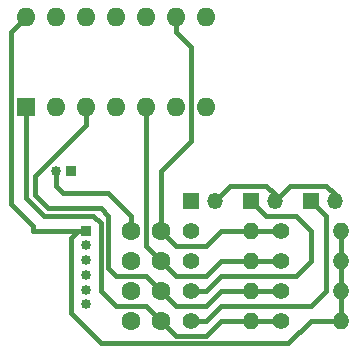
<source format=gtl>
G04 #@! TF.FileFunction,Copper,L1,Top,Signal*
%FSLAX46Y46*%
G04 Gerber Fmt 4.6, Leading zero omitted, Abs format (unit mm)*
G04 Created by KiCad (PCBNEW 4.0.6) date 06/27/19 09:12:53*
%MOMM*%
%LPD*%
G01*
G04 APERTURE LIST*
%ADD10C,0.100000*%
%ADD11R,1.600000X1.600000*%
%ADD12O,1.600000X1.600000*%
%ADD13C,1.400000*%
%ADD14O,1.400000X1.400000*%
%ADD15R,0.850000X0.850000*%
%ADD16C,0.850000*%
%ADD17C,1.600000*%
%ADD18R,1.350000X1.350000*%
%ADD19O,1.350000X1.350000*%
%ADD20C,0.406400*%
G04 APERTURE END LIST*
D10*
D11*
X229108000Y-103235000D03*
D12*
X244348000Y-95615000D03*
X231648000Y-103235000D03*
X241808000Y-95615000D03*
X234188000Y-103235000D03*
X239268000Y-95615000D03*
X236728000Y-103235000D03*
X236728000Y-95615000D03*
X239268000Y-103235000D03*
X234188000Y-95615000D03*
X241808000Y-103235000D03*
X231648000Y-95615000D03*
X244348000Y-103235000D03*
X229108000Y-95615000D03*
D13*
X250738000Y-113665000D03*
D14*
X255818000Y-113665000D03*
D15*
X234188000Y-113665000D03*
D16*
X234188000Y-114915000D03*
X234188000Y-116165000D03*
X234188000Y-117415000D03*
X234188000Y-118665000D03*
X234188000Y-119915000D03*
D13*
X250738000Y-116205000D03*
D14*
X255818000Y-116205000D03*
D13*
X250738000Y-121285000D03*
D14*
X255818000Y-121285000D03*
D13*
X250738000Y-118745000D03*
D14*
X255818000Y-118745000D03*
D13*
X243118000Y-116205000D03*
D14*
X248198000Y-116205000D03*
D13*
X243118000Y-118745000D03*
D14*
X248198000Y-118745000D03*
D13*
X243118000Y-121285000D03*
D14*
X248198000Y-121285000D03*
D17*
X240538000Y-121285000D03*
X238038000Y-121285000D03*
X240538000Y-118745000D03*
X238038000Y-118745000D03*
X240538000Y-116205000D03*
X238038000Y-116205000D03*
X240538000Y-113665000D03*
X238038000Y-113665000D03*
D13*
X243118000Y-113665000D03*
D14*
X248198000Y-113665000D03*
D18*
X248158000Y-111125000D03*
D19*
X250158000Y-111125000D03*
D18*
X253238000Y-111125000D03*
D19*
X255238000Y-111125000D03*
D18*
X243078000Y-111125000D03*
D19*
X245078000Y-111125000D03*
D15*
X232918000Y-108585000D03*
D16*
X231668000Y-108585000D03*
D20*
X238038000Y-113665000D02*
X238038000Y-112435000D01*
X231668000Y-109875000D02*
X231668000Y-108585000D01*
X232283000Y-110490000D02*
X231668000Y-109875000D01*
X236093000Y-110490000D02*
X232283000Y-110490000D01*
X238038000Y-112435000D02*
X236093000Y-110490000D01*
X250158000Y-111125000D02*
X250158000Y-110585000D01*
X250158000Y-110585000D02*
X249428000Y-109855000D01*
X246348000Y-109855000D02*
X245078000Y-111125000D01*
X249428000Y-109855000D02*
X246348000Y-109855000D01*
X255238000Y-111125000D02*
X255238000Y-110585000D01*
X255238000Y-110585000D02*
X254508000Y-109855000D01*
X254508000Y-109855000D02*
X251428000Y-109855000D01*
X251428000Y-109855000D02*
X250158000Y-111125000D01*
X227838000Y-111379000D02*
X227838000Y-96885000D01*
X229743000Y-113284000D02*
X227838000Y-111379000D01*
X229108000Y-95615000D02*
X227838000Y-96885000D01*
X229743000Y-113665000D02*
X234188000Y-113665000D01*
X229743000Y-113665000D02*
X229743000Y-113284000D01*
X234188000Y-113665000D02*
X233553000Y-113665000D01*
X253238000Y-121285000D02*
X255818000Y-121285000D01*
X251333000Y-123190000D02*
X253238000Y-121285000D01*
X235458000Y-123190000D02*
X251333000Y-123190000D01*
X232918000Y-120650000D02*
X235458000Y-123190000D01*
X232918000Y-114300000D02*
X232918000Y-120650000D01*
X233553000Y-113665000D02*
X232918000Y-114300000D01*
X255818000Y-116205000D02*
X255818000Y-113665000D01*
X255818000Y-118745000D02*
X255818000Y-116205000D01*
X255818000Y-121285000D02*
X255818000Y-118745000D01*
X255578000Y-121365000D02*
X255444000Y-121365000D01*
X229108000Y-103235000D02*
X229108000Y-110871000D01*
X230632000Y-112395000D02*
X230378000Y-112141000D01*
X239268000Y-120015000D02*
X236728000Y-120015000D01*
X236728000Y-120015000D02*
X235458000Y-118745000D01*
X235458000Y-118745000D02*
X235458000Y-113030000D01*
X235458000Y-113030000D02*
X234823000Y-112395000D01*
X239268000Y-120015000D02*
X240538000Y-121285000D01*
X230378000Y-112141000D02*
X229108000Y-110871000D01*
X234823000Y-112395000D02*
X230632000Y-112395000D01*
X248198000Y-121285000D02*
X245618000Y-121285000D01*
X245618000Y-121285000D02*
X244348000Y-122555000D01*
X244348000Y-122555000D02*
X241808000Y-122555000D01*
X241808000Y-122555000D02*
X240538000Y-121285000D01*
X248198000Y-121285000D02*
X248158000Y-121285000D01*
X250738000Y-121285000D02*
X248198000Y-121285000D01*
X229870000Y-109077000D02*
X229870000Y-110617000D01*
X229870000Y-109077000D02*
X234188000Y-104759000D01*
X234188000Y-103235000D02*
X234188000Y-104759000D01*
X231013000Y-111760000D02*
X229870000Y-110617000D01*
X239268000Y-117475000D02*
X240538000Y-118745000D01*
X236093000Y-112395000D02*
X235458000Y-111760000D01*
X236093000Y-116840000D02*
X236093000Y-112395000D01*
X236728000Y-117475000D02*
X236093000Y-116840000D01*
X239268000Y-117475000D02*
X236728000Y-117475000D01*
X235458000Y-111760000D02*
X231013000Y-111760000D01*
X248198000Y-118745000D02*
X245618000Y-118745000D01*
X241808000Y-120015000D02*
X240538000Y-118745000D01*
X244348000Y-120015000D02*
X241808000Y-120015000D01*
X245618000Y-118745000D02*
X244348000Y-120015000D01*
X248198000Y-118745000D02*
X248158000Y-118745000D01*
X250738000Y-118745000D02*
X248198000Y-118745000D01*
X239268000Y-103235000D02*
X239268000Y-111125000D01*
X239268000Y-114935000D02*
X240538000Y-116205000D01*
X239268000Y-114935000D02*
X239268000Y-111125000D01*
X248198000Y-116205000D02*
X245618000Y-116205000D01*
X245618000Y-116205000D02*
X244348000Y-117475000D01*
X244348000Y-117475000D02*
X241808000Y-117475000D01*
X241808000Y-117475000D02*
X240538000Y-116205000D01*
X248198000Y-116205000D02*
X248158000Y-116205000D01*
X250738000Y-116205000D02*
X248198000Y-116205000D01*
X243078000Y-98155000D02*
X243078000Y-106045000D01*
X243078000Y-98155000D02*
X241808000Y-96885000D01*
X241808000Y-95615000D02*
X241808000Y-96885000D01*
X240538000Y-108585000D02*
X240538000Y-113665000D01*
X240538000Y-108585000D02*
X243078000Y-106045000D01*
X248198000Y-113665000D02*
X245618000Y-113665000D01*
X241808000Y-114935000D02*
X240538000Y-113665000D01*
X244348000Y-114935000D02*
X241808000Y-114935000D01*
X245618000Y-113665000D02*
X244348000Y-114935000D01*
X248198000Y-113665000D02*
X248158000Y-113665000D01*
X250738000Y-113665000D02*
X248198000Y-113665000D01*
X243118000Y-118745000D02*
X244348000Y-118745000D01*
X249428000Y-112395000D02*
X248158000Y-111125000D01*
X251968000Y-112395000D02*
X249428000Y-112395000D01*
X253238000Y-113665000D02*
X251968000Y-112395000D01*
X253238000Y-116205000D02*
X253238000Y-113665000D01*
X251968000Y-117475000D02*
X253238000Y-116205000D01*
X245618000Y-117475000D02*
X251968000Y-117475000D01*
X244348000Y-118745000D02*
X245618000Y-117475000D01*
X243118000Y-121285000D02*
X244348000Y-121285000D01*
X254508000Y-112395000D02*
X253238000Y-111125000D01*
X254508000Y-113665000D02*
X254508000Y-112395000D01*
X254508000Y-118745000D02*
X254508000Y-113665000D01*
X253238000Y-120015000D02*
X254508000Y-118745000D01*
X245618000Y-120015000D02*
X253238000Y-120015000D01*
X244348000Y-121285000D02*
X245618000Y-120015000D01*
M02*

</source>
